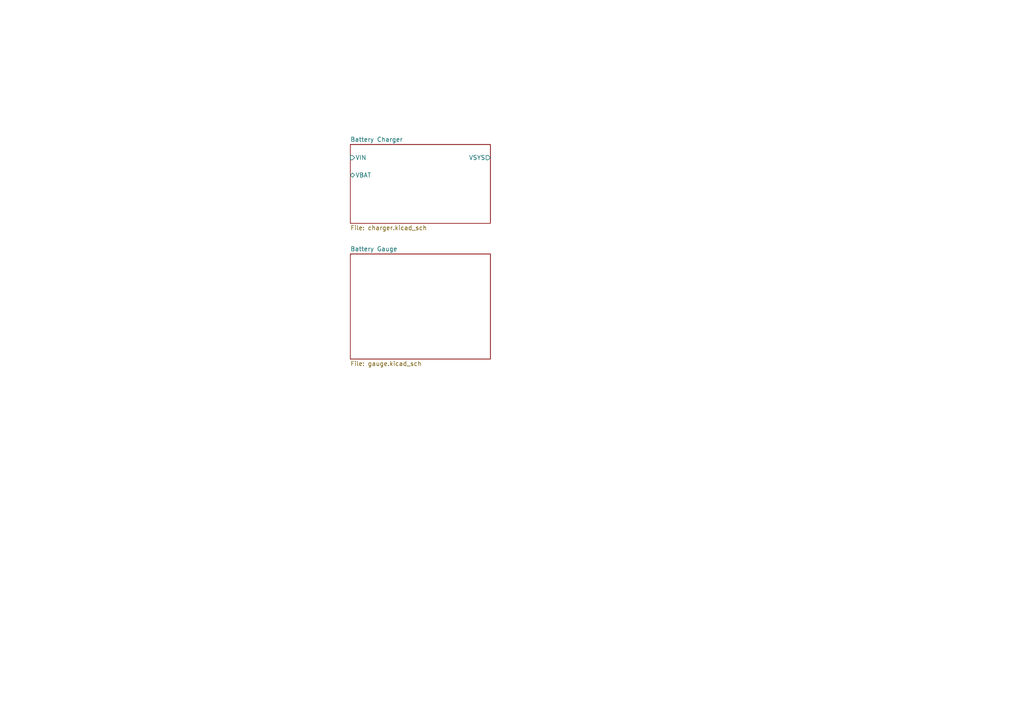
<source format=kicad_sch>
(kicad_sch (version 20230121) (generator eeschema)
  (paper "A4")
  (lib_symbols)
  (sheet (at 101.6 41.91) (size 40.64 22.86) (stroke (width 0.1524))
    (property "Sheetname" "Battery Charger" (at 101.6 41.1984 0) (effects (justify left bottom)))
    (property "Sheetfile" "charger.kicad_sch" (at 101.6 65.3546 0) (effects (justify left top)))
    (pin "VSYS" output (at 142.24 45.72 0))
    (pin "VIN" input (at 101.6 45.72 180))
    (pin "VBAT" bidirectional (at 101.6 50.8 180))
  )
  (sheet (at 101.6 73.66) (size 40.64 30.48) (stroke (width 0.1524))
    (property "Sheetname" "Battery Gauge" (at 101.6 72.9484 0) (effects (justify left bottom)))
    (property "Sheetfile" "gauge.kicad_sch" (at 101.6 104.7246 0) (effects (justify left top)))
  )
)
</source>
